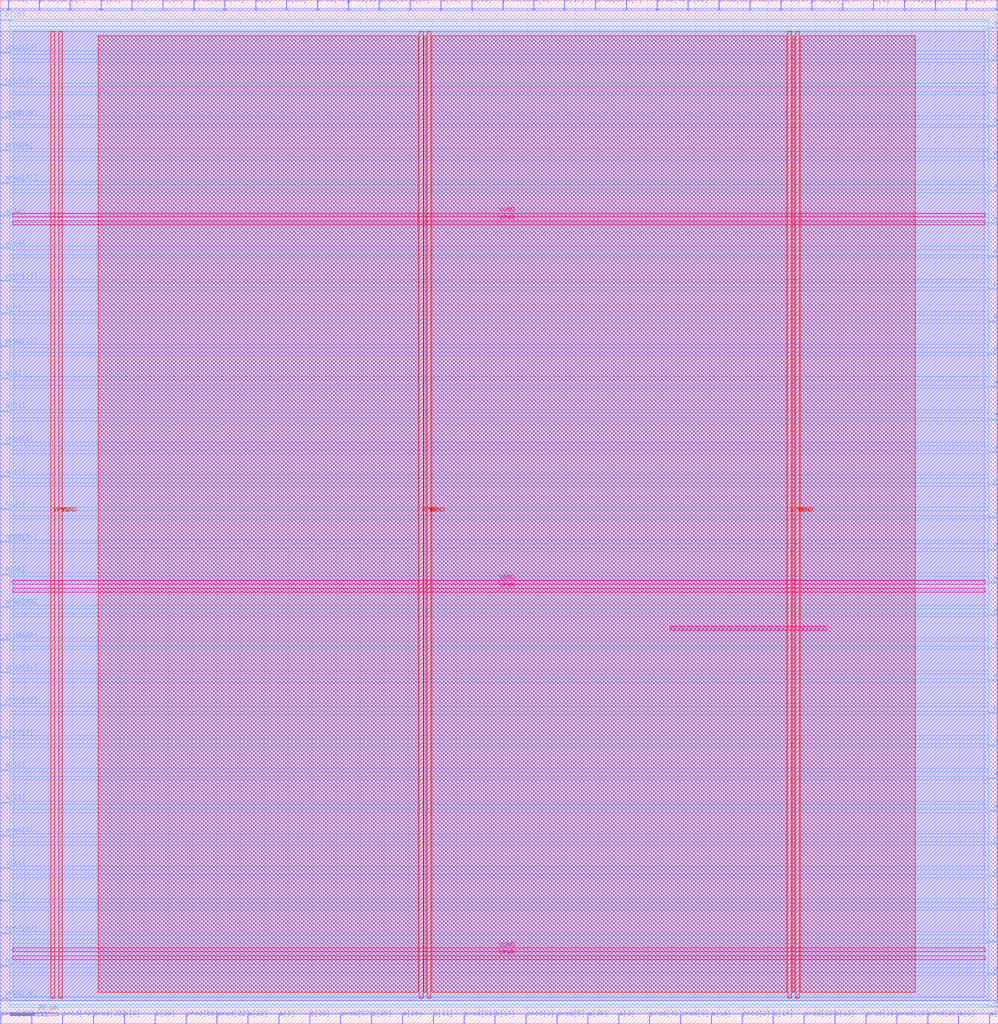
<source format=lef>
VERSION 5.7 ;
  NOWIREEXTENSIONATPIN ON ;
  DIVIDERCHAR "/" ;
  BUSBITCHARS "[]" ;
MACRO wallacetree32x32
  CLASS BLOCK ;
  FOREIGN wallacetree32x32 ;
  ORIGIN 0.000 0.000 ;
  SIZE 416.055 BY 426.775 ;
  PIN VGND
    DIRECTION INOUT ;
    USE GROUND ;
    PORT
      LAYER met4 ;
        RECT 24.340 10.640 25.940 413.680 ;
    END
    PORT
      LAYER met4 ;
        RECT 177.940 10.640 179.540 413.680 ;
    END
    PORT
      LAYER met4 ;
        RECT 331.540 10.640 333.140 413.680 ;
    END
    PORT
      LAYER met5 ;
        RECT 5.280 30.030 410.560 31.630 ;
    END
    PORT
      LAYER met5 ;
        RECT 5.280 183.210 410.560 184.810 ;
    END
    PORT
      LAYER met5 ;
        RECT 5.280 336.390 410.560 337.990 ;
    END
  END VGND
  PIN VPWR
    DIRECTION INOUT ;
    USE POWER ;
    PORT
      LAYER met4 ;
        RECT 21.040 10.640 22.640 413.680 ;
    END
    PORT
      LAYER met4 ;
        RECT 174.640 10.640 176.240 413.680 ;
    END
    PORT
      LAYER met4 ;
        RECT 328.240 10.640 329.840 413.680 ;
    END
    PORT
      LAYER met5 ;
        RECT 5.280 26.730 410.560 28.330 ;
    END
    PORT
      LAYER met5 ;
        RECT 5.280 179.910 410.560 181.510 ;
    END
    PORT
      LAYER met5 ;
        RECT 5.280 333.090 410.560 334.690 ;
    END
  END VPWR
  PIN a[0]
    DIRECTION INPUT ;
    USE SIGNAL ;
    ANTENNAGATEAREA 0.247500 ;
    PORT
      LAYER met3 ;
        RECT 412.055 414.840 416.055 415.440 ;
    END
  END a[0]
  PIN a[10]
    DIRECTION INPUT ;
    USE SIGNAL ;
    ANTENNAGATEAREA 0.213000 ;
    PORT
      LAYER met3 ;
        RECT 412.055 156.440 416.055 157.040 ;
    END
  END a[10]
  PIN a[11]
    DIRECTION INPUT ;
    USE SIGNAL ;
    ANTENNAGATEAREA 0.196500 ;
    PORT
      LAYER met3 ;
        RECT 412.055 238.040 416.055 238.640 ;
    END
  END a[11]
  PIN a[12]
    DIRECTION INPUT ;
    USE SIGNAL ;
    ANTENNAGATEAREA 0.426000 ;
    PORT
      LAYER met3 ;
        RECT 0.000 336.640 4.000 337.240 ;
    END
  END a[12]
  PIN a[13]
    DIRECTION INPUT ;
    USE SIGNAL ;
    ANTENNAGATEAREA 0.213000 ;
    PORT
      LAYER met2 ;
        RECT 183.630 422.775 183.910 426.775 ;
    END
  END a[13]
  PIN a[14]
    DIRECTION INPUT ;
    USE SIGNAL ;
    ANTENNAGATEAREA 0.247500 ;
    PORT
      LAYER met3 ;
        RECT 0.000 323.040 4.000 323.640 ;
    END
  END a[14]
  PIN a[15]
    DIRECTION INPUT ;
    USE SIGNAL ;
    ANTENNAGATEAREA 0.247500 ;
    PORT
      LAYER met2 ;
        RECT 196.510 422.775 196.790 426.775 ;
    END
  END a[15]
  PIN a[16]
    DIRECTION INPUT ;
    USE SIGNAL ;
    ANTENNAGATEAREA 0.213000 ;
    PORT
      LAYER met2 ;
        RECT 296.330 0.000 296.610 4.000 ;
    END
  END a[16]
  PIN a[17]
    DIRECTION INPUT ;
    USE SIGNAL ;
    ANTENNAGATEAREA 0.247500 ;
    PORT
      LAYER met3 ;
        RECT 0.000 227.840 4.000 228.440 ;
    END
  END a[17]
  PIN a[18]
    DIRECTION INPUT ;
    USE SIGNAL ;
    ANTENNAGATEAREA 0.247500 ;
    PORT
      LAYER met2 ;
        RECT 351.070 422.775 351.350 426.775 ;
    END
  END a[18]
  PIN a[19]
    DIRECTION INPUT ;
    USE SIGNAL ;
    ANTENNAGATEAREA 0.247500 ;
    PORT
      LAYER met2 ;
        RECT 67.710 422.775 67.990 426.775 ;
    END
  END a[19]
  PIN a[1]
    DIRECTION INPUT ;
    USE SIGNAL ;
    ANTENNAGATEAREA 0.990000 ;
    PORT
      LAYER met2 ;
        RECT 363.950 422.775 364.230 426.775 ;
    END
  END a[1]
  PIN a[20]
    DIRECTION INPUT ;
    USE SIGNAL ;
    ANTENNAGATEAREA 0.213000 ;
    PORT
      LAYER met2 ;
        RECT 412.250 0.000 412.530 4.000 ;
    END
  END a[20]
  PIN a[21]
    DIRECTION INPUT ;
    USE SIGNAL ;
    ANTENNAGATEAREA 0.213000 ;
    PORT
      LAYER met3 ;
        RECT 0.000 64.640 4.000 65.240 ;
    END
  END a[21]
  PIN a[22]
    DIRECTION INPUT ;
    USE SIGNAL ;
    ANTENNAGATEAREA 0.247500 ;
    PORT
      LAYER met2 ;
        RECT 103.130 0.000 103.410 4.000 ;
    END
  END a[22]
  PIN a[23]
    DIRECTION INPUT ;
    USE SIGNAL ;
    ANTENNAGATEAREA 0.126000 ;
    PORT
      LAYER met3 ;
        RECT 412.055 142.840 416.055 143.440 ;
    END
  END a[23]
  PIN a[24]
    DIRECTION INPUT ;
    USE SIGNAL ;
    ANTENNAGATEAREA 0.213000 ;
    PORT
      LAYER met2 ;
        RECT 415.470 422.775 415.750 426.775 ;
    END
  END a[24]
  PIN a[25]
    DIRECTION INPUT ;
    USE SIGNAL ;
    ANTENNAGATEAREA 0.213000 ;
    PORT
      LAYER met3 ;
        RECT 412.055 102.040 416.055 102.640 ;
    END
  END a[25]
  PIN a[26]
    DIRECTION INPUT ;
    USE SIGNAL ;
    ANTENNAGATEAREA 0.247500 ;
    PORT
      LAYER met2 ;
        RECT 167.530 0.000 167.810 4.000 ;
    END
  END a[26]
  PIN a[27]
    DIRECTION INPUT ;
    USE SIGNAL ;
    ANTENNAGATEAREA 0.213000 ;
    PORT
      LAYER met2 ;
        RECT 170.750 422.775 171.030 426.775 ;
    END
  END a[27]
  PIN a[28]
    DIRECTION INPUT ;
    USE SIGNAL ;
    ANTENNAGATEAREA 0.213000 ;
    PORT
      LAYER met3 ;
        RECT 412.055 319.640 416.055 320.240 ;
    END
  END a[28]
  PIN a[29]
    DIRECTION INPUT ;
    USE SIGNAL ;
    ANTENNAGATEAREA 0.213000 ;
    PORT
      LAYER met2 ;
        RECT 244.810 0.000 245.090 4.000 ;
    END
  END a[29]
  PIN a[2]
    DIRECTION INPUT ;
    USE SIGNAL ;
    ANTENNAGATEAREA 0.742500 ;
    PORT
      LAYER met2 ;
        RECT 116.010 0.000 116.290 4.000 ;
    END
  END a[2]
  PIN a[30]
    DIRECTION INPUT ;
    USE SIGNAL ;
    ANTENNAGATEAREA 0.247500 ;
    PORT
      LAYER met2 ;
        RECT 93.470 422.775 93.750 426.775 ;
    END
  END a[30]
  PIN a[31]
    DIRECTION INPUT ;
    USE SIGNAL ;
    ANTENNAGATEAREA 0.196500 ;
    PORT
      LAYER met3 ;
        RECT 412.055 251.640 416.055 252.240 ;
    END
  END a[31]
  PIN a[3]
    DIRECTION INPUT ;
    USE SIGNAL ;
    ANTENNAGATEAREA 0.213000 ;
    PORT
      LAYER met2 ;
        RECT 257.690 0.000 257.970 4.000 ;
    END
  END a[3]
  PIN a[4]
    DIRECTION INPUT ;
    USE SIGNAL ;
    ANTENNAGATEAREA 0.213000 ;
    PORT
      LAYER met2 ;
        RECT 389.710 422.775 389.990 426.775 ;
    END
  END a[4]
  PIN a[5]
    DIRECTION INPUT ;
    USE SIGNAL ;
    ANTENNAGATEAREA 0.495000 ;
    PORT
      LAYER met2 ;
        RECT 222.270 422.775 222.550 426.775 ;
    END
  END a[5]
  PIN a[6]
    DIRECTION INPUT ;
    USE SIGNAL ;
    ANTENNAGATEAREA 0.247500 ;
    PORT
      LAYER met3 ;
        RECT 412.055 292.440 416.055 293.040 ;
    END
  END a[6]
  PIN a[7]
    DIRECTION INPUT ;
    USE SIGNAL ;
    ANTENNAGATEAREA 0.159000 ;
    PORT
      LAYER met2 ;
        RECT 260.910 422.775 261.190 426.775 ;
    END
  END a[7]
  PIN a[8]
    DIRECTION INPUT ;
    USE SIGNAL ;
    ANTENNAGATEAREA 0.159000 ;
    PORT
      LAYER met2 ;
        RECT 399.370 0.000 399.650 4.000 ;
    END
  END a[8]
  PIN a[9]
    DIRECTION INPUT ;
    USE SIGNAL ;
    ANTENNAGATEAREA 0.159000 ;
    PORT
      LAYER met3 ;
        RECT 412.055 210.840 416.055 211.440 ;
    END
  END a[9]
  PIN b[0]
    DIRECTION INPUT ;
    USE SIGNAL ;
    ANTENNAGATEAREA 0.495000 ;
    PORT
      LAYER met3 ;
        RECT 0.000 295.840 4.000 296.440 ;
    END
  END b[0]
  PIN b[10]
    DIRECTION INPUT ;
    USE SIGNAL ;
    ANTENNAGATEAREA 0.247500 ;
    PORT
      LAYER met3 ;
        RECT 412.055 306.040 416.055 306.640 ;
    END
  END b[10]
  PIN b[11]
    DIRECTION INPUT ;
    USE SIGNAL ;
    ANTENNAGATEAREA 0.159000 ;
    PORT
      LAYER met2 ;
        RECT 180.410 0.000 180.690 4.000 ;
    END
  END b[11]
  PIN b[12]
    DIRECTION INPUT ;
    USE SIGNAL ;
    ANTENNAGATEAREA 0.213000 ;
    PORT
      LAYER met2 ;
        RECT 402.590 422.775 402.870 426.775 ;
    END
  END b[12]
  PIN b[13]
    DIRECTION INPUT ;
    USE SIGNAL ;
    ANTENNAGATEAREA 0.213000 ;
    PORT
      LAYER met2 ;
        RECT 347.850 0.000 348.130 4.000 ;
    END
  END b[13]
  PIN b[14]
    DIRECTION INPUT ;
    USE SIGNAL ;
    ANTENNAGATEAREA 0.247500 ;
    PORT
      LAYER met2 ;
        RECT 322.090 0.000 322.370 4.000 ;
    END
  END b[14]
  PIN b[15]
    DIRECTION INPUT ;
    USE SIGNAL ;
    ANTENNAGATEAREA 0.159000 ;
    PORT
      LAYER met3 ;
        RECT 0.000 105.440 4.000 106.040 ;
    END
  END b[15]
  PIN b[16]
    DIRECTION INPUT ;
    USE SIGNAL ;
    ANTENNAGATEAREA 0.247500 ;
    PORT
      LAYER met2 ;
        RECT 128.890 0.000 129.170 4.000 ;
    END
  END b[16]
  PIN b[17]
    DIRECTION INPUT ;
    USE SIGNAL ;
    ANTENNAGATEAREA 0.196500 ;
    PORT
      LAYER met2 ;
        RECT 206.170 0.000 206.450 4.000 ;
    END
  END b[17]
  PIN b[18]
    DIRECTION INPUT ;
    USE SIGNAL ;
    ANTENNAGATEAREA 0.213000 ;
    PORT
      LAYER met3 ;
        RECT 0.000 91.840 4.000 92.440 ;
    END
  END b[18]
  PIN b[19]
    DIRECTION INPUT ;
    USE SIGNAL ;
    ANTENNAGATEAREA 0.159000 ;
    PORT
      LAYER met2 ;
        RECT 235.150 422.775 235.430 426.775 ;
    END
  END b[19]
  PIN b[1]
    DIRECTION INPUT ;
    USE SIGNAL ;
    ANTENNAGATEAREA 0.426000 ;
    PORT
      LAYER met2 ;
        RECT 12.970 0.000 13.250 4.000 ;
    END
  END b[1]
  PIN b[20]
    DIRECTION INPUT ;
    USE SIGNAL ;
    ANTENNAGATEAREA 0.247500 ;
    PORT
      LAYER met3 ;
        RECT 0.000 214.240 4.000 214.840 ;
    END
  END b[20]
  PIN b[21]
    DIRECTION INPUT ;
    USE SIGNAL ;
    ANTENNAGATEAREA 0.247500 ;
    PORT
      LAYER met2 ;
        RECT 41.950 422.775 42.230 426.775 ;
    END
  END b[21]
  PIN b[22]
    DIRECTION INPUT ;
    USE SIGNAL ;
    ANTENNAGATEAREA 0.247500 ;
    PORT
      LAYER met2 ;
        RECT 286.670 422.775 286.950 426.775 ;
    END
  END b[22]
  PIN b[23]
    DIRECTION INPUT ;
    USE SIGNAL ;
    ANTENNAGATEAREA 0.213000 ;
    PORT
      LAYER met2 ;
        RECT 119.230 422.775 119.510 426.775 ;
    END
  END b[23]
  PIN b[24]
    DIRECTION INPUT ;
    USE SIGNAL ;
    ANTENNAGATEAREA 0.213000 ;
    PORT
      LAYER met3 ;
        RECT 0.000 255.040 4.000 255.640 ;
    END
  END b[24]
  PIN b[25]
    DIRECTION INPUT ;
    USE SIGNAL ;
    ANTENNAGATEAREA 0.213000 ;
    PORT
      LAYER met3 ;
        RECT 0.000 51.040 4.000 51.640 ;
    END
  END b[25]
  PIN b[26]
    DIRECTION INPUT ;
    USE SIGNAL ;
    ANTENNAGATEAREA 0.213000 ;
    PORT
      LAYER met3 ;
        RECT 0.000 187.040 4.000 187.640 ;
    END
  END b[26]
  PIN b[27]
    DIRECTION INPUT ;
    USE SIGNAL ;
    ANTENNAGATEAREA 0.247500 ;
    PORT
      LAYER met3 ;
        RECT 412.055 34.040 416.055 34.640 ;
    END
  END b[27]
  PIN b[28]
    DIRECTION INPUT ;
    USE SIGNAL ;
    ANTENNAGATEAREA 0.213000 ;
    PORT
      LAYER met2 ;
        RECT 154.650 0.000 154.930 4.000 ;
    END
  END b[28]
  PIN b[29]
    DIRECTION INPUT ;
    USE SIGNAL ;
    ANTENNAGATEAREA 0.213000 ;
    PORT
      LAYER met2 ;
        RECT 64.490 0.000 64.770 4.000 ;
    END
  END b[29]
  PIN b[2]
    DIRECTION INPUT ;
    USE SIGNAL ;
    ANTENNAGATEAREA 0.495000 ;
    PORT
      LAYER met3 ;
        RECT 412.055 401.240 416.055 401.840 ;
    END
  END b[2]
  PIN b[30]
    DIRECTION INPUT ;
    USE SIGNAL ;
    ANTENNAGATEAREA 0.213000 ;
    PORT
      LAYER met3 ;
        RECT 0.000 418.240 4.000 418.840 ;
    END
  END b[30]
  PIN b[31]
    DIRECTION INPUT ;
    USE SIGNAL ;
    ANTENNAGATEAREA 0.213000 ;
    PORT
      LAYER met3 ;
        RECT 0.000 23.840 4.000 24.440 ;
    END
  END b[31]
  PIN b[3]
    DIRECTION INPUT ;
    USE SIGNAL ;
    ANTENNAGATEAREA 0.742500 ;
    PORT
      LAYER met2 ;
        RECT 106.350 422.775 106.630 426.775 ;
    END
  END b[3]
  PIN b[4]
    DIRECTION INPUT ;
    USE SIGNAL ;
    ANTENNAGATEAREA 0.247500 ;
    PORT
      LAYER met3 ;
        RECT 0.000 268.640 4.000 269.240 ;
    END
  END b[4]
  PIN b[5]
    DIRECTION INPUT ;
    USE SIGNAL ;
    ANTENNAGATEAREA 0.247500 ;
    PORT
      LAYER met3 ;
        RECT 412.055 374.040 416.055 374.640 ;
    END
  END b[5]
  PIN b[6]
    DIRECTION INPUT ;
    USE SIGNAL ;
    ANTENNAGATEAREA 0.213000 ;
    PORT
      LAYER met3 ;
        RECT 412.055 333.240 416.055 333.840 ;
    END
  END b[6]
  PIN b[7]
    DIRECTION INPUT ;
    USE SIGNAL ;
    ANTENNAGATEAREA 0.426000 ;
    PORT
      LAYER met2 ;
        RECT 29.070 422.775 29.350 426.775 ;
    END
  END b[7]
  PIN b[8]
    DIRECTION INPUT ;
    USE SIGNAL ;
    ANTENNAGATEAREA 0.426000 ;
    PORT
      LAYER met2 ;
        RECT 54.830 422.775 55.110 426.775 ;
    END
  END b[8]
  PIN b[9]
    DIRECTION INPUT ;
    USE SIGNAL ;
    ANTENNAGATEAREA 0.247500 ;
    PORT
      LAYER met2 ;
        RECT 51.610 0.000 51.890 4.000 ;
    END
  END b[9]
  PIN prod[0]
    DIRECTION OUTPUT TRISTATE ;
    USE SIGNAL ;
    ANTENNADIFFAREA 0.795200 ;
    PORT
      LAYER met3 ;
        RECT 0.000 78.240 4.000 78.840 ;
    END
  END prod[0]
  PIN prod[10]
    DIRECTION OUTPUT TRISTATE ;
    USE SIGNAL ;
    ANTENNADIFFAREA 0.795200 ;
    PORT
      LAYER met2 ;
        RECT 144.990 422.775 145.270 426.775 ;
    END
  END prod[10]
  PIN prod[11]
    DIRECTION OUTPUT TRISTATE ;
    USE SIGNAL ;
    ANTENNADIFFAREA 0.795200 ;
    PORT
      LAYER met3 ;
        RECT 412.055 170.040 416.055 170.640 ;
    END
  END prod[11]
  PIN prod[12]
    DIRECTION OUTPUT TRISTATE ;
    USE SIGNAL ;
    ANTENNADIFFAREA 0.795200 ;
    PORT
      LAYER met3 ;
        RECT 412.055 115.640 416.055 116.240 ;
    END
  END prod[12]
  PIN prod[13]
    DIRECTION OUTPUT TRISTATE ;
    USE SIGNAL ;
    ANTENNADIFFAREA 0.795200 ;
    PORT
      LAYER met3 ;
        RECT 0.000 309.440 4.000 310.040 ;
    END
  END prod[13]
  PIN prod[14]
    DIRECTION OUTPUT TRISTATE ;
    USE SIGNAL ;
    ANTENNADIFFAREA 0.795200 ;
    PORT
      LAYER met2 ;
        RECT 157.870 422.775 158.150 426.775 ;
    END
  END prod[14]
  PIN prod[15]
    DIRECTION OUTPUT TRISTATE ;
    USE SIGNAL ;
    ANTENNADIFFAREA 0.795200 ;
    PORT
      LAYER met3 ;
        RECT 412.055 6.840 416.055 7.440 ;
    END
  END prod[15]
  PIN prod[16]
    DIRECTION OUTPUT TRISTATE ;
    USE SIGNAL ;
    ANTENNADIFFAREA 0.795200 ;
    PORT
      LAYER met3 ;
        RECT 412.055 129.240 416.055 129.840 ;
    END
  END prod[16]
  PIN prod[17]
    DIRECTION OUTPUT TRISTATE ;
    USE SIGNAL ;
    ANTENNADIFFAREA 0.795200 ;
    PORT
      LAYER met2 ;
        RECT 325.310 422.775 325.590 426.775 ;
    END
  END prod[17]
  PIN prod[18]
    DIRECTION OUTPUT TRISTATE ;
    USE SIGNAL ;
    ANTENNADIFFAREA 0.795200 ;
    PORT
      LAYER met3 ;
        RECT 412.055 74.840 416.055 75.440 ;
    END
  END prod[18]
  PIN prod[19]
    DIRECTION OUTPUT TRISTATE ;
    USE SIGNAL ;
    ANTENNADIFFAREA 0.795200 ;
    PORT
      LAYER met2 ;
        RECT 360.730 0.000 361.010 4.000 ;
    END
  END prod[19]
  PIN prod[1]
    DIRECTION OUTPUT TRISTATE ;
    USE SIGNAL ;
    ANTENNADIFFAREA 0.795200 ;
    PORT
      LAYER met3 ;
        RECT 0.000 241.440 4.000 242.040 ;
    END
  END prod[1]
  PIN prod[20]
    DIRECTION OUTPUT TRISTATE ;
    USE SIGNAL ;
    ANTENNADIFFAREA 0.795200 ;
    PORT
      LAYER met3 ;
        RECT 0.000 10.240 4.000 10.840 ;
    END
  END prod[20]
  PIN prod[21]
    DIRECTION OUTPUT TRISTATE ;
    USE SIGNAL ;
    ANTENNADIFFAREA 0.445500 ;
    PORT
      LAYER met3 ;
        RECT 412.055 387.640 416.055 388.240 ;
    END
  END prod[21]
  PIN prod[22]
    DIRECTION OUTPUT TRISTATE ;
    USE SIGNAL ;
    ANTENNADIFFAREA 0.795200 ;
    PORT
      LAYER met2 ;
        RECT 90.250 0.000 90.530 4.000 ;
    END
  END prod[22]
  PIN prod[23]
    DIRECTION OUTPUT TRISTATE ;
    USE SIGNAL ;
    ANTENNADIFFAREA 0.795200 ;
    PORT
      LAYER met3 ;
        RECT 412.055 47.640 416.055 48.240 ;
    END
  END prod[23]
  PIN prod[24]
    DIRECTION OUTPUT TRISTATE ;
    USE SIGNAL ;
    ANTENNADIFFAREA 0.795200 ;
    PORT
      LAYER met3 ;
        RECT 0.000 391.040 4.000 391.640 ;
    END
  END prod[24]
  PIN prod[25]
    DIRECTION OUTPUT TRISTATE ;
    USE SIGNAL ;
    ANTENNADIFFAREA 0.795200 ;
    PORT
      LAYER met2 ;
        RECT 386.490 0.000 386.770 4.000 ;
    END
  END prod[25]
  PIN prod[26]
    DIRECTION OUTPUT TRISTATE ;
    USE SIGNAL ;
    ANTENNADIFFAREA 0.795200 ;
    PORT
      LAYER met2 ;
        RECT 209.390 422.775 209.670 426.775 ;
    END
  END prod[26]
  PIN prod[27]
    DIRECTION OUTPUT TRISTATE ;
    USE SIGNAL ;
    ANTENNADIFFAREA 0.795200 ;
    PORT
      LAYER met2 ;
        RECT 309.210 0.000 309.490 4.000 ;
    END
  END prod[27]
  PIN prod[28]
    DIRECTION OUTPUT TRISTATE ;
    USE SIGNAL ;
    ANTENNADIFFAREA 0.795200 ;
    PORT
      LAYER met2 ;
        RECT 38.730 0.000 39.010 4.000 ;
    END
  END prod[28]
  PIN prod[29]
    DIRECTION OUTPUT TRISTATE ;
    USE SIGNAL ;
    ANTENNADIFFAREA 0.795200 ;
    PORT
      LAYER met3 ;
        RECT 0.000 159.840 4.000 160.440 ;
    END
  END prod[29]
  PIN prod[2]
    DIRECTION OUTPUT TRISTATE ;
    USE SIGNAL ;
    ANTENNADIFFAREA 0.445500 ;
    PORT
      LAYER met3 ;
        RECT 412.055 20.440 416.055 21.040 ;
    END
  END prod[2]
  PIN prod[30]
    DIRECTION OUTPUT TRISTATE ;
    USE SIGNAL ;
    ANTENNADIFFAREA 0.795200 ;
    PORT
      LAYER met3 ;
        RECT 0.000 132.640 4.000 133.240 ;
    END
  END prod[30]
  PIN prod[31]
    DIRECTION OUTPUT TRISTATE ;
    USE SIGNAL ;
    ANTENNADIFFAREA 0.445500 ;
    PORT
      LAYER met3 ;
        RECT 412.055 183.640 416.055 184.240 ;
    END
  END prod[31]
  PIN prod[32]
    DIRECTION OUTPUT TRISTATE ;
    USE SIGNAL ;
    ANTENNADIFFAREA 0.795200 ;
    PORT
      LAYER met2 ;
        RECT 334.970 0.000 335.250 4.000 ;
    END
  END prod[32]
  PIN prod[33]
    DIRECTION OUTPUT TRISTATE ;
    USE SIGNAL ;
    ANTENNADIFFAREA 0.795200 ;
    PORT
      LAYER met3 ;
        RECT 0.000 282.240 4.000 282.840 ;
    END
  END prod[33]
  PIN prod[34]
    DIRECTION OUTPUT TRISTATE ;
    USE SIGNAL ;
    ANTENNADIFFAREA 0.795200 ;
    PORT
      LAYER met3 ;
        RECT 412.055 88.440 416.055 89.040 ;
    END
  END prod[34]
  PIN prod[35]
    DIRECTION OUTPUT TRISTATE ;
    USE SIGNAL ;
    ANTENNADIFFAREA 0.795200 ;
    PORT
      LAYER met3 ;
        RECT 0.000 377.440 4.000 378.040 ;
    END
  END prod[35]
  PIN prod[36]
    DIRECTION OUTPUT TRISTATE ;
    USE SIGNAL ;
    ANTENNADIFFAREA 0.445500 ;
    PORT
      LAYER met3 ;
        RECT 412.055 224.440 416.055 225.040 ;
    END
  END prod[36]
  PIN prod[37]
    DIRECTION OUTPUT TRISTATE ;
    USE SIGNAL ;
    ANTENNADIFFAREA 0.445500 ;
    PORT
      LAYER met3 ;
        RECT 412.055 346.840 416.055 347.440 ;
    END
  END prod[37]
  PIN prod[38]
    DIRECTION OUTPUT TRISTATE ;
    USE SIGNAL ;
    ANTENNADIFFAREA 0.795200 ;
    PORT
      LAYER met2 ;
        RECT 373.610 0.000 373.890 4.000 ;
    END
  END prod[38]
  PIN prod[39]
    DIRECTION OUTPUT TRISTATE ;
    USE SIGNAL ;
    ANTENNADIFFAREA 0.445500 ;
    PORT
      LAYER met3 ;
        RECT 412.055 360.440 416.055 361.040 ;
    END
  END prod[39]
  PIN prod[3]
    DIRECTION OUTPUT TRISTATE ;
    USE SIGNAL ;
    ANTENNADIFFAREA 0.795200 ;
    PORT
      LAYER met2 ;
        RECT 219.050 0.000 219.330 4.000 ;
    END
  END prod[3]
  PIN prod[40]
    DIRECTION OUTPUT TRISTATE ;
    USE SIGNAL ;
    ANTENNADIFFAREA 0.795200 ;
    PORT
      LAYER met3 ;
        RECT 0.000 200.640 4.000 201.240 ;
    END
  END prod[40]
  PIN prod[41]
    DIRECTION OUTPUT TRISTATE ;
    USE SIGNAL ;
    ANTENNADIFFAREA 0.795200 ;
    PORT
      LAYER met3 ;
        RECT 0.000 146.240 4.000 146.840 ;
    END
  END prod[41]
  PIN prod[42]
    DIRECTION OUTPUT TRISTATE ;
    USE SIGNAL ;
    ANTENNADIFFAREA 0.795200 ;
    PORT
      LAYER met2 ;
        RECT 0.090 0.000 0.370 4.000 ;
    END
  END prod[42]
  PIN prod[43]
    DIRECTION OUTPUT TRISTATE ;
    USE SIGNAL ;
    ANTENNADIFFAREA 0.795200 ;
    PORT
      LAYER met2 ;
        RECT 270.570 0.000 270.850 4.000 ;
    END
  END prod[43]
  PIN prod[44]
    DIRECTION OUTPUT TRISTATE ;
    USE SIGNAL ;
    ANTENNADIFFAREA 0.795200 ;
    PORT
      LAYER met2 ;
        RECT 3.310 422.775 3.590 426.775 ;
    END
  END prod[44]
  PIN prod[45]
    DIRECTION OUTPUT TRISTATE ;
    USE SIGNAL ;
    ANTENNADIFFAREA 0.795200 ;
    PORT
      LAYER met2 ;
        RECT 132.110 422.775 132.390 426.775 ;
    END
  END prod[45]
  PIN prod[46]
    DIRECTION OUTPUT TRISTATE ;
    USE SIGNAL ;
    ANTENNADIFFAREA 0.795200 ;
    PORT
      LAYER met2 ;
        RECT 273.790 422.775 274.070 426.775 ;
    END
  END prod[46]
  PIN prod[47]
    DIRECTION OUTPUT TRISTATE ;
    USE SIGNAL ;
    ANTENNADIFFAREA 0.795200 ;
    PORT
      LAYER met3 ;
        RECT 0.000 350.240 4.000 350.840 ;
    END
  END prod[47]
  PIN prod[48]
    DIRECTION OUTPUT TRISTATE ;
    USE SIGNAL ;
    ANTENNADIFFAREA 0.795200 ;
    PORT
      LAYER met3 ;
        RECT 0.000 173.440 4.000 174.040 ;
    END
  END prod[48]
  PIN prod[49]
    DIRECTION OUTPUT TRISTATE ;
    USE SIGNAL ;
    ANTENNADIFFAREA 0.795200 ;
    PORT
      LAYER met2 ;
        RECT 25.850 0.000 26.130 4.000 ;
    END
  END prod[49]
  PIN prod[4]
    DIRECTION OUTPUT TRISTATE ;
    USE SIGNAL ;
    ANTENNADIFFAREA 0.795200 ;
    PORT
      LAYER met2 ;
        RECT 338.190 422.775 338.470 426.775 ;
    END
  END prod[4]
  PIN prod[50]
    DIRECTION OUTPUT TRISTATE ;
    USE SIGNAL ;
    ANTENNADIFFAREA 0.795200 ;
    PORT
      LAYER met2 ;
        RECT 248.030 422.775 248.310 426.775 ;
    END
  END prod[50]
  PIN prod[51]
    DIRECTION OUTPUT TRISTATE ;
    USE SIGNAL ;
    ANTENNADIFFAREA 0.795200 ;
    PORT
      LAYER met2 ;
        RECT 193.290 0.000 193.570 4.000 ;
    END
  END prod[51]
  PIN prod[52]
    DIRECTION OUTPUT TRISTATE ;
    USE SIGNAL ;
    ANTENNADIFFAREA 0.795200 ;
    PORT
      LAYER met2 ;
        RECT 376.830 422.775 377.110 426.775 ;
    END
  END prod[52]
  PIN prod[53]
    DIRECTION OUTPUT TRISTATE ;
    USE SIGNAL ;
    ANTENNADIFFAREA 0.795200 ;
    PORT
      LAYER met3 ;
        RECT 412.055 61.240 416.055 61.840 ;
    END
  END prod[53]
  PIN prod[54]
    DIRECTION OUTPUT TRISTATE ;
    USE SIGNAL ;
    ANTENNADIFFAREA 0.795200 ;
    PORT
      LAYER met3 ;
        RECT 0.000 404.640 4.000 405.240 ;
    END
  END prod[54]
  PIN prod[55]
    DIRECTION OUTPUT TRISTATE ;
    USE SIGNAL ;
    ANTENNADIFFAREA 0.445500 ;
    PORT
      LAYER met3 ;
        RECT 412.055 265.240 416.055 265.840 ;
    END
  END prod[55]
  PIN prod[56]
    DIRECTION OUTPUT TRISTATE ;
    USE SIGNAL ;
    ANTENNADIFFAREA 0.891000 ;
    PORT
      LAYER met2 ;
        RECT 77.370 0.000 77.650 4.000 ;
    END
  END prod[56]
  PIN prod[57]
    DIRECTION OUTPUT TRISTATE ;
    USE SIGNAL ;
    ANTENNADIFFAREA 0.795200 ;
    PORT
      LAYER met2 ;
        RECT 141.770 0.000 142.050 4.000 ;
    END
  END prod[57]
  PIN prod[58]
    DIRECTION OUTPUT TRISTATE ;
    USE SIGNAL ;
    ANTENNADIFFAREA 0.795200 ;
    PORT
      LAYER met3 ;
        RECT 0.000 37.440 4.000 38.040 ;
    END
  END prod[58]
  PIN prod[59]
    DIRECTION OUTPUT TRISTATE ;
    USE SIGNAL ;
    ANTENNADIFFAREA 1.336500 ;
    PORT
      LAYER met3 ;
        RECT 412.055 278.840 416.055 279.440 ;
    END
  END prod[59]
  PIN prod[5]
    DIRECTION OUTPUT TRISTATE ;
    USE SIGNAL ;
    ANTENNADIFFAREA 0.795200 ;
    PORT
      LAYER met2 ;
        RECT 231.930 0.000 232.210 4.000 ;
    END
  END prod[5]
  PIN prod[60]
    DIRECTION OUTPUT TRISTATE ;
    USE SIGNAL ;
    ANTENNADIFFAREA 1.336500 ;
    PORT
      LAYER met2 ;
        RECT 312.430 422.775 312.710 426.775 ;
    END
  END prod[60]
  PIN prod[61]
    DIRECTION OUTPUT TRISTATE ;
    USE SIGNAL ;
    ANTENNADIFFAREA 1.336500 ;
    PORT
      LAYER met2 ;
        RECT 299.550 422.775 299.830 426.775 ;
    END
  END prod[61]
  PIN prod[62]
    DIRECTION OUTPUT TRISTATE ;
    USE SIGNAL ;
    ANTENNADIFFAREA 0.891000 ;
    PORT
      LAYER met2 ;
        RECT 16.190 422.775 16.470 426.775 ;
    END
  END prod[62]
  PIN prod[63]
    DIRECTION OUTPUT TRISTATE ;
    USE SIGNAL ;
    ANTENNADIFFAREA 0.795200 ;
    PORT
      LAYER met2 ;
        RECT 80.590 422.775 80.870 426.775 ;
    END
  END prod[63]
  PIN prod[6]
    DIRECTION OUTPUT TRISTATE ;
    USE SIGNAL ;
    ANTENNADIFFAREA 0.795200 ;
    PORT
      LAYER met2 ;
        RECT 283.450 0.000 283.730 4.000 ;
    END
  END prod[6]
  PIN prod[7]
    DIRECTION OUTPUT TRISTATE ;
    USE SIGNAL ;
    ANTENNADIFFAREA 0.795200 ;
    PORT
      LAYER met3 ;
        RECT 0.000 119.040 4.000 119.640 ;
    END
  END prod[7]
  PIN prod[8]
    DIRECTION OUTPUT TRISTATE ;
    USE SIGNAL ;
    ANTENNADIFFAREA 0.795200 ;
    PORT
      LAYER met3 ;
        RECT 0.000 363.840 4.000 364.440 ;
    END
  END prod[8]
  PIN prod[9]
    DIRECTION OUTPUT TRISTATE ;
    USE SIGNAL ;
    ANTENNADIFFAREA 0.445500 ;
    PORT
      LAYER met3 ;
        RECT 412.055 197.240 416.055 197.840 ;
    END
  END prod[9]
  OBS
      LAYER li1 ;
        RECT 5.520 10.795 410.320 413.525 ;
      LAYER met1 ;
        RECT 0.070 9.560 415.770 413.680 ;
      LAYER met2 ;
        RECT 0.100 422.495 3.030 423.370 ;
        RECT 3.870 422.495 15.910 423.370 ;
        RECT 16.750 422.495 28.790 423.370 ;
        RECT 29.630 422.495 41.670 423.370 ;
        RECT 42.510 422.495 54.550 423.370 ;
        RECT 55.390 422.495 67.430 423.370 ;
        RECT 68.270 422.495 80.310 423.370 ;
        RECT 81.150 422.495 93.190 423.370 ;
        RECT 94.030 422.495 106.070 423.370 ;
        RECT 106.910 422.495 118.950 423.370 ;
        RECT 119.790 422.495 131.830 423.370 ;
        RECT 132.670 422.495 144.710 423.370 ;
        RECT 145.550 422.495 157.590 423.370 ;
        RECT 158.430 422.495 170.470 423.370 ;
        RECT 171.310 422.495 183.350 423.370 ;
        RECT 184.190 422.495 196.230 423.370 ;
        RECT 197.070 422.495 209.110 423.370 ;
        RECT 209.950 422.495 221.990 423.370 ;
        RECT 222.830 422.495 234.870 423.370 ;
        RECT 235.710 422.495 247.750 423.370 ;
        RECT 248.590 422.495 260.630 423.370 ;
        RECT 261.470 422.495 273.510 423.370 ;
        RECT 274.350 422.495 286.390 423.370 ;
        RECT 287.230 422.495 299.270 423.370 ;
        RECT 300.110 422.495 312.150 423.370 ;
        RECT 312.990 422.495 325.030 423.370 ;
        RECT 325.870 422.495 337.910 423.370 ;
        RECT 338.750 422.495 350.790 423.370 ;
        RECT 351.630 422.495 363.670 423.370 ;
        RECT 364.510 422.495 376.550 423.370 ;
        RECT 377.390 422.495 389.430 423.370 ;
        RECT 390.270 422.495 402.310 423.370 ;
        RECT 403.150 422.495 415.190 423.370 ;
        RECT 0.100 4.280 415.740 422.495 ;
        RECT 0.650 4.000 12.690 4.280 ;
        RECT 13.530 4.000 25.570 4.280 ;
        RECT 26.410 4.000 38.450 4.280 ;
        RECT 39.290 4.000 51.330 4.280 ;
        RECT 52.170 4.000 64.210 4.280 ;
        RECT 65.050 4.000 77.090 4.280 ;
        RECT 77.930 4.000 89.970 4.280 ;
        RECT 90.810 4.000 102.850 4.280 ;
        RECT 103.690 4.000 115.730 4.280 ;
        RECT 116.570 4.000 128.610 4.280 ;
        RECT 129.450 4.000 141.490 4.280 ;
        RECT 142.330 4.000 154.370 4.280 ;
        RECT 155.210 4.000 167.250 4.280 ;
        RECT 168.090 4.000 180.130 4.280 ;
        RECT 180.970 4.000 193.010 4.280 ;
        RECT 193.850 4.000 205.890 4.280 ;
        RECT 206.730 4.000 218.770 4.280 ;
        RECT 219.610 4.000 231.650 4.280 ;
        RECT 232.490 4.000 244.530 4.280 ;
        RECT 245.370 4.000 257.410 4.280 ;
        RECT 258.250 4.000 270.290 4.280 ;
        RECT 271.130 4.000 283.170 4.280 ;
        RECT 284.010 4.000 296.050 4.280 ;
        RECT 296.890 4.000 308.930 4.280 ;
        RECT 309.770 4.000 321.810 4.280 ;
        RECT 322.650 4.000 334.690 4.280 ;
        RECT 335.530 4.000 347.570 4.280 ;
        RECT 348.410 4.000 360.450 4.280 ;
        RECT 361.290 4.000 373.330 4.280 ;
        RECT 374.170 4.000 386.210 4.280 ;
        RECT 387.050 4.000 399.090 4.280 ;
        RECT 399.930 4.000 411.970 4.280 ;
        RECT 412.810 4.000 415.740 4.280 ;
      LAYER met3 ;
        RECT 4.400 417.840 412.055 418.705 ;
        RECT 3.990 415.840 412.055 417.840 ;
        RECT 3.990 414.440 411.655 415.840 ;
        RECT 3.990 405.640 412.055 414.440 ;
        RECT 4.400 404.240 412.055 405.640 ;
        RECT 3.990 402.240 412.055 404.240 ;
        RECT 3.990 400.840 411.655 402.240 ;
        RECT 3.990 392.040 412.055 400.840 ;
        RECT 4.400 390.640 412.055 392.040 ;
        RECT 3.990 388.640 412.055 390.640 ;
        RECT 3.990 387.240 411.655 388.640 ;
        RECT 3.990 378.440 412.055 387.240 ;
        RECT 4.400 377.040 412.055 378.440 ;
        RECT 3.990 375.040 412.055 377.040 ;
        RECT 3.990 373.640 411.655 375.040 ;
        RECT 3.990 364.840 412.055 373.640 ;
        RECT 4.400 363.440 412.055 364.840 ;
        RECT 3.990 361.440 412.055 363.440 ;
        RECT 3.990 360.040 411.655 361.440 ;
        RECT 3.990 351.240 412.055 360.040 ;
        RECT 4.400 349.840 412.055 351.240 ;
        RECT 3.990 347.840 412.055 349.840 ;
        RECT 3.990 346.440 411.655 347.840 ;
        RECT 3.990 337.640 412.055 346.440 ;
        RECT 4.400 336.240 412.055 337.640 ;
        RECT 3.990 334.240 412.055 336.240 ;
        RECT 3.990 332.840 411.655 334.240 ;
        RECT 3.990 324.040 412.055 332.840 ;
        RECT 4.400 322.640 412.055 324.040 ;
        RECT 3.990 320.640 412.055 322.640 ;
        RECT 3.990 319.240 411.655 320.640 ;
        RECT 3.990 310.440 412.055 319.240 ;
        RECT 4.400 309.040 412.055 310.440 ;
        RECT 3.990 307.040 412.055 309.040 ;
        RECT 3.990 305.640 411.655 307.040 ;
        RECT 3.990 296.840 412.055 305.640 ;
        RECT 4.400 295.440 412.055 296.840 ;
        RECT 3.990 293.440 412.055 295.440 ;
        RECT 3.990 292.040 411.655 293.440 ;
        RECT 3.990 283.240 412.055 292.040 ;
        RECT 4.400 281.840 412.055 283.240 ;
        RECT 3.990 279.840 412.055 281.840 ;
        RECT 3.990 278.440 411.655 279.840 ;
        RECT 3.990 269.640 412.055 278.440 ;
        RECT 4.400 268.240 412.055 269.640 ;
        RECT 3.990 266.240 412.055 268.240 ;
        RECT 3.990 264.840 411.655 266.240 ;
        RECT 3.990 256.040 412.055 264.840 ;
        RECT 4.400 254.640 412.055 256.040 ;
        RECT 3.990 252.640 412.055 254.640 ;
        RECT 3.990 251.240 411.655 252.640 ;
        RECT 3.990 242.440 412.055 251.240 ;
        RECT 4.400 241.040 412.055 242.440 ;
        RECT 3.990 239.040 412.055 241.040 ;
        RECT 3.990 237.640 411.655 239.040 ;
        RECT 3.990 228.840 412.055 237.640 ;
        RECT 4.400 227.440 412.055 228.840 ;
        RECT 3.990 225.440 412.055 227.440 ;
        RECT 3.990 224.040 411.655 225.440 ;
        RECT 3.990 215.240 412.055 224.040 ;
        RECT 4.400 213.840 412.055 215.240 ;
        RECT 3.990 211.840 412.055 213.840 ;
        RECT 3.990 210.440 411.655 211.840 ;
        RECT 3.990 201.640 412.055 210.440 ;
        RECT 4.400 200.240 412.055 201.640 ;
        RECT 3.990 198.240 412.055 200.240 ;
        RECT 3.990 196.840 411.655 198.240 ;
        RECT 3.990 188.040 412.055 196.840 ;
        RECT 4.400 186.640 412.055 188.040 ;
        RECT 3.990 184.640 412.055 186.640 ;
        RECT 3.990 183.240 411.655 184.640 ;
        RECT 3.990 174.440 412.055 183.240 ;
        RECT 4.400 173.040 412.055 174.440 ;
        RECT 3.990 171.040 412.055 173.040 ;
        RECT 3.990 169.640 411.655 171.040 ;
        RECT 3.990 160.840 412.055 169.640 ;
        RECT 4.400 159.440 412.055 160.840 ;
        RECT 3.990 157.440 412.055 159.440 ;
        RECT 3.990 156.040 411.655 157.440 ;
        RECT 3.990 147.240 412.055 156.040 ;
        RECT 4.400 145.840 412.055 147.240 ;
        RECT 3.990 143.840 412.055 145.840 ;
        RECT 3.990 142.440 411.655 143.840 ;
        RECT 3.990 133.640 412.055 142.440 ;
        RECT 4.400 132.240 412.055 133.640 ;
        RECT 3.990 130.240 412.055 132.240 ;
        RECT 3.990 128.840 411.655 130.240 ;
        RECT 3.990 120.040 412.055 128.840 ;
        RECT 4.400 118.640 412.055 120.040 ;
        RECT 3.990 116.640 412.055 118.640 ;
        RECT 3.990 115.240 411.655 116.640 ;
        RECT 3.990 106.440 412.055 115.240 ;
        RECT 4.400 105.040 412.055 106.440 ;
        RECT 3.990 103.040 412.055 105.040 ;
        RECT 3.990 101.640 411.655 103.040 ;
        RECT 3.990 92.840 412.055 101.640 ;
        RECT 4.400 91.440 412.055 92.840 ;
        RECT 3.990 89.440 412.055 91.440 ;
        RECT 3.990 88.040 411.655 89.440 ;
        RECT 3.990 79.240 412.055 88.040 ;
        RECT 4.400 77.840 412.055 79.240 ;
        RECT 3.990 75.840 412.055 77.840 ;
        RECT 3.990 74.440 411.655 75.840 ;
        RECT 3.990 65.640 412.055 74.440 ;
        RECT 4.400 64.240 412.055 65.640 ;
        RECT 3.990 62.240 412.055 64.240 ;
        RECT 3.990 60.840 411.655 62.240 ;
        RECT 3.990 52.040 412.055 60.840 ;
        RECT 4.400 50.640 412.055 52.040 ;
        RECT 3.990 48.640 412.055 50.640 ;
        RECT 3.990 47.240 411.655 48.640 ;
        RECT 3.990 38.440 412.055 47.240 ;
        RECT 4.400 37.040 412.055 38.440 ;
        RECT 3.990 35.040 412.055 37.040 ;
        RECT 3.990 33.640 411.655 35.040 ;
        RECT 3.990 24.840 412.055 33.640 ;
        RECT 4.400 23.440 412.055 24.840 ;
        RECT 3.990 21.440 412.055 23.440 ;
        RECT 3.990 20.040 411.655 21.440 ;
        RECT 3.990 11.240 412.055 20.040 ;
        RECT 4.400 9.840 412.055 11.240 ;
        RECT 3.990 7.840 412.055 9.840 ;
        RECT 3.990 6.975 411.655 7.840 ;
      LAYER met4 ;
        RECT 40.775 13.095 174.240 411.905 ;
        RECT 176.640 13.095 177.540 411.905 ;
        RECT 179.940 13.095 327.840 411.905 ;
        RECT 330.240 13.095 331.140 411.905 ;
        RECT 333.540 13.095 381.505 411.905 ;
      LAYER met5 ;
        RECT 279.340 164.100 344.420 165.700 ;
  END
END wallacetree32x32
END LIBRARY


</source>
